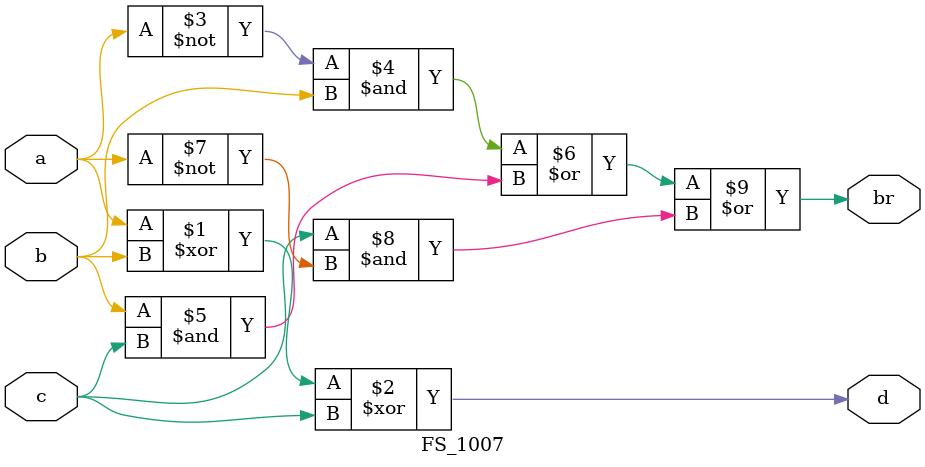
<source format=v>
`timescale 1ns / 1ps
module FS_1007(
    input a,
    input b,
    input c,
    output d,
    output br
    );
	 assign d = a ^ b ^ c;
	 assign br = ((~a) & b) | (b & c) | (c & (~a));


endmodule

</source>
